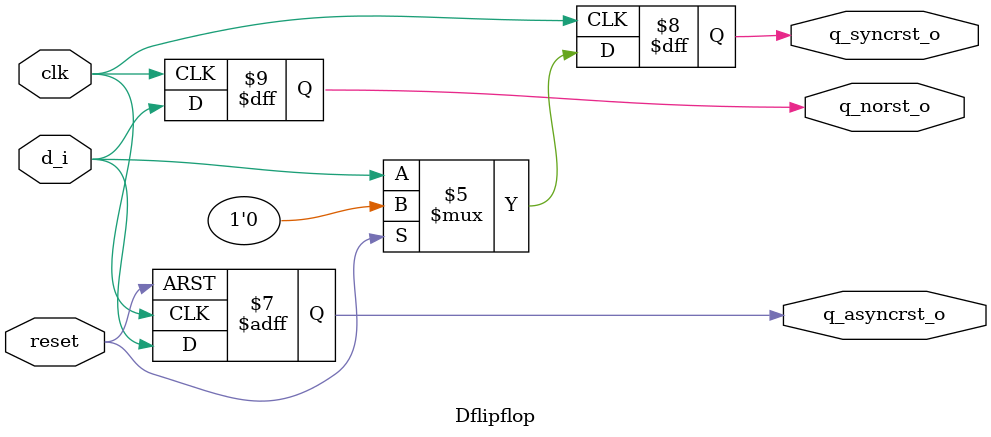
<source format=sv>
module Dflipflop(
	input logic clk,
	input logic reset,
	input logic d_i,
	output logic q_norst_o,
	output logic	q_syncrst_o,
	output logic q_asyncrst_o
);



always_ff@(posedge clk)
	q_norst_o <= d_i;

always_ff@(posedge clk)
	if(reset)
	q_syncrst_o<=1'b0;
	else
	q_syncrst_o<=d_i;

always_ff@(posedge clk or posedge reset)
	if(reset)
	q_asyncrst_o<=1'b0;
	else
	q_asyncrst_o<=d_i;


endmodule
</source>
